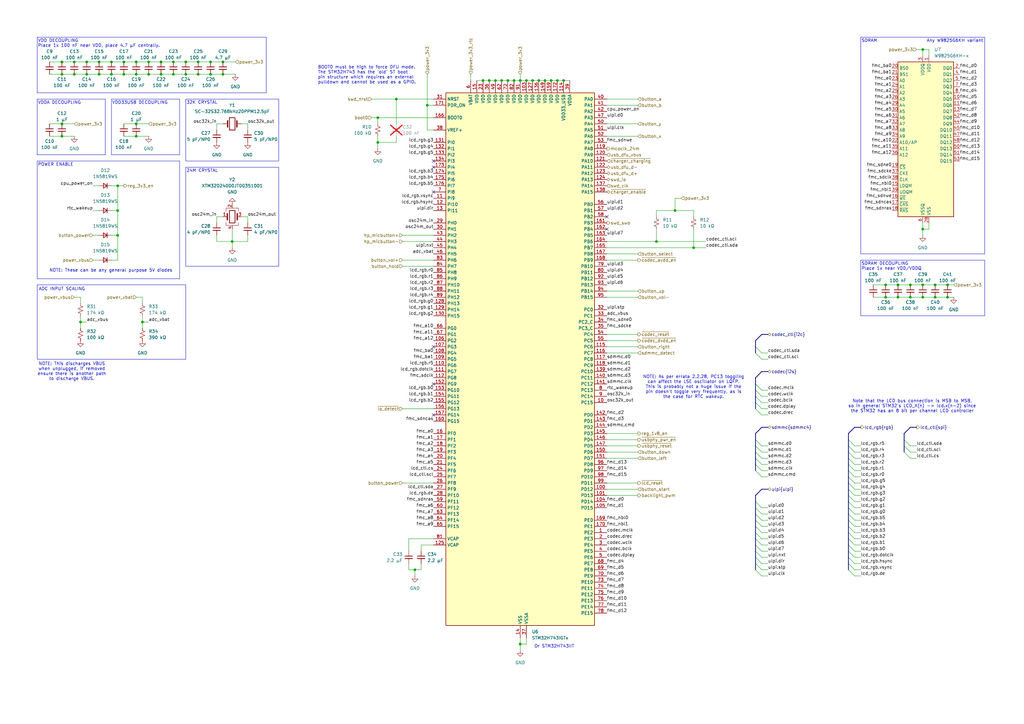
<source format=kicad_sch>
(kicad_sch (version 20250114) (generator "eeschema") (generator_version "9.0")
  (paper "A3")
  (title_block (title "CPU/RAM/power-on circuit") (date "2024-11-14") (rev "Rev1.1") (comment 1 "Author: Aidan MacDonald") (comment 2 "Status: Development"))
  (rectangle (start 15.24 116.84) (end 76.2 147.32))
  (rectangle (start 76.2 40.64) (end 114.3 66.04))
  (rectangle (start 45.72 40.64) (end 73.66 63.5))
  (rectangle (start 15.24 66.04) (end 73.66 114.3))
  (rectangle (start 15.24 40.64) (end 43.18 63.5))
  (rectangle (start 76.2 68.58) (end 114.3 109.22))
  (rectangle (start 15.24 15.24) (end 109.22 38.1))
  (rectangle (start 353.06 15.24) (end 403.86 104.14))
  (rectangle (start 353.06 106.68) (end 403.86 129.54))
  (text "32K CRYSTAL" (at 76.454 41.402 0) (effects (font (size 1.27 1.27)) (justify left top)))
  (text "SDRAM DECOUPLING\nPlace 1x near VDD/VDDQ" (at 353.314 109.22 0) (effects (font (size 1.27 1.27)) (justify left)))
  (text "NOTE: This discharges VBUS\nwhen unplugged, if removed\nensure there is another path\nto discharge VBUS." (at 29.464 152.4 0) (effects (font (size 1.27 1.27))))
  (text "Note that the LCD bus connection is MSB to MSB,\nso in general STM32's LCD_X(n) -> lcd.x(n-2) since\nthe STM32 has an 8 bit per channel LCD controller" (at 374.142 166.624 0) (effects (font (size 1.27 1.27))))
  (text "BOOT0 must be high to force DFU mode.\nThe STM32H743 has the 'old' ST boot\npin structure which requires an external\npulldown and cannot be used as a GPIO." (at 130.302 30.734 0) (effects (font (size 1.27 1.27)) (justify left)))
  (text "Or STM32H743IIT" (at 227.33 265.176 0) (effects (font (size 1.27 1.27))))
  (text "NOTE: These can be any general purpose 5V diodes" (at 45.466 110.998 0) (effects (font (size 1.27 1.27))))
  (text "ADC INPUT SCALING" (at 25.4 118.618 0) (effects (font (size 1.27 1.27))))
  (text "VDD33USB DECOUPLING" (at 45.974 42.164 0) (effects (font (size 1.27 1.27)) (justify left)))
  (text "NOTE: As per errata 2.2.28, PC13 toggling\ncan affect the LSE oscillator on LQFP.\nThis is probably not a huge issue if the\npin doesn't toggle very frequently, as is\nthe case for RTC wakeup." (at 284.48 158.75 0) (effects (font (size 1.27 1.27))))
  (text "VDD DECOUPLING\nPlace 1x 100 nF near VDD, place 4.7 µF centrally." (at 15.494 17.78 0) (effects (font (size 1.27 1.27)) (justify left)))
  (text "VDDA DECOUPLING" (at 15.494 42.164 0) (effects (font (size 1.27 1.27)) (justify left)))
  (text "24M CRYSTAL" (at 76.454 69.342 0) (effects (font (size 1.27 1.27)) (justify left top)))
  (text "SDRAM" (at 353.314 16.764 0) (effects (font (size 1.27 1.27)) (justify left)))
  (text "POWER ENABLE" (at 15.494 67.564 0) (effects (font (size 1.27 1.27)) (justify left)))
  (text "Any W9825G6KH variant" (at 391.668 16.764 0) (effects (font (size 1.27 1.27))))
  (junction (at 378.46 116.84))
  (junction (at 284.48 101.6))
  (junction (at 170.18 233.68))
  (junction (at 25.4 25.4))
  (junction (at 55.88 30.48))
  (junction (at 378.46 93.98))
  (junction (at 55.88 50.8))
  (junction (at 226.06 33.02))
  (junction (at 76.2 25.4))
  (junction (at 48.26 96.52))
  (junction (at 95.25 99.06))
  (junction (at 231.14 33.02))
  (junction (at 388.62 121.92))
  (junction (at 220.98 33.02))
  (junction (at 208.28 33.02))
  (junction (at 48.26 86.36))
  (junction (at 368.3 116.84))
  (junction (at 40.64 25.4))
  (junction (at 60.96 25.4))
  (junction (at 55.88 25.4))
  (junction (at 60.96 30.48))
  (junction (at 81.28 25.4))
  (junction (at 66.04 25.4))
  (junction (at 35.56 30.48))
  (junction (at 276.86 86.36))
  (junction (at 198.12 33.02))
  (junction (at 45.72 25.4))
  (junction (at 86.36 30.48))
  (junction (at 35.56 25.4))
  (junction (at 71.12 30.48))
  (junction (at 368.3 121.92))
  (junction (at 215.9 33.02))
  (junction (at 378.46 121.92))
  (junction (at 40.64 30.48))
  (junction (at 223.52 33.02))
  (junction (at 71.12 25.4))
  (junction (at 154.94 58.42))
  (junction (at 91.44 30.48))
  (junction (at 205.74 33.02))
  (junction (at 45.72 30.48))
  (junction (at 383.54 121.92))
  (junction (at 213.36 33.02))
  (junction (at 91.44 25.4))
  (junction (at 50.8 25.4))
  (junction (at 363.22 116.84))
  (junction (at 25.4 55.88))
  (junction (at 162.56 40.64))
  (junction (at 378.46 20.32))
  (junction (at 200.66 33.02))
  (junction (at 76.2 30.48))
  (junction (at 373.38 116.84))
  (junction (at 175.26 43.18))
  (junction (at 213.36 264.16))
  (junction (at 30.48 30.48))
  (junction (at 383.54 116.84))
  (junction (at 33.02 132.08))
  (junction (at 81.28 30.48))
  (junction (at 25.4 30.48))
  (junction (at 30.48 25.4))
  (junction (at 55.88 55.88))
  (junction (at 269.24 99.06))
  (junction (at 58.42 132.08))
  (junction (at 363.22 121.92))
  (junction (at 86.36 25.4))
  (junction (at 203.2 33.02))
  (junction (at 48.26 76.2))
  (junction (at 50.8 30.48))
  (junction (at 25.4 50.8))
  (junction (at 218.44 33.02))
  (junction (at 373.38 121.92))
  (junction (at 388.62 116.84))
  (junction (at 210.82 33.02))
  (junction (at 154.94 48.26))
  (junction (at 228.6 33.02))
  (junction (at 66.04 30.48))
  (no_connect (at 177.8 170.18))
  (no_connect (at 177.8 157.48))
  (no_connect (at 248.92 93.98))
  (no_connect (at 177.8 66.04))
  (no_connect (at 248.92 88.9))
  (no_connect (at 177.8 142.24))
  (no_connect (at 177.8 78.74))
  (no_connect (at 177.8 68.58))
  (bus_entry (at 309.88 160.02) (size 2.54 2.54))
  (bus_entry (at 309.88 213.36) (size 2.54 2.54))
  (bus_entry (at 309.88 215.9) (size 2.54 2.54))
  (bus_entry (at 347.98 223.52) (size 2.54 2.54))
  (bus_entry (at 370.84 182.88) (size 2.54 2.54))
  (bus_entry (at 347.98 213.36) (size 2.54 2.54))
  (bus_entry (at 309.88 162.56) (size 2.54 2.54))
  (bus_entry (at 309.88 142.24) (size 2.54 2.54))
  (bus_entry (at 347.98 226.06) (size 2.54 2.54))
  (bus_entry (at 347.98 220.98) (size 2.54 2.54))
  (bus_entry (at 347.98 210.82) (size 2.54 2.54))
  (bus_entry (at 309.88 182.88) (size 2.54 2.54))
  (bus_entry (at 347.98 218.44) (size 2.54 2.54))
  (bus_entry (at 347.98 190.5) (size 2.54 2.54))
  (bus_entry (at 309.88 144.78) (size 2.54 2.54))
  (bus_entry (at 347.98 205.74) (size 2.54 2.54))
  (bus_entry (at 309.88 165.1) (size 2.54 2.54))
  (bus_entry (at 347.98 208.28) (size 2.54 2.54))
  (bus_entry (at 309.88 223.52) (size 2.54 2.54))
  (bus_entry (at 347.98 215.9) (size 2.54 2.54))
  (bus_entry (at 309.88 185.42) (size 2.54 2.54))
  (bus_entry (at 309.88 210.82) (size 2.54 2.54))
  (bus_entry (at 347.98 233.68) (size 2.54 2.54))
  (bus_entry (at 347.98 193.04) (size 2.54 2.54))
  (bus_entry (at 309.88 233.68) (size 2.54 2.54))
  (bus_entry (at 347.98 228.6) (size 2.54 2.54))
  (bus_entry (at 309.88 220.98) (size 2.54 2.54))
  (bus_entry (at 309.88 180.34) (size 2.54 2.54))
  (bus_entry (at 309.88 167.64) (size 2.54 2.54))
  (bus_entry (at 370.84 185.42) (size 2.54 2.54))
  (bus_entry (at 309.88 208.28) (size 2.54 2.54))
  (bus_entry (at 309.88 226.06) (size 2.54 2.54))
  (bus_entry (at 309.88 157.48) (size 2.54 2.54))
  (bus_entry (at 347.98 200.66) (size 2.54 2.54))
  (bus_entry (at 370.84 180.34) (size 2.54 2.54))
  (bus_entry (at 347.98 203.2) (size 2.54 2.54))
  (bus_entry (at 309.88 190.5) (size 2.54 2.54))
  (bus_entry (at 309.88 193.04) (size 2.54 2.54))
  (bus_entry (at 347.98 195.58) (size 2.54 2.54))
  (bus_entry (at 347.98 185.42) (size 2.54 2.54))
  (bus_entry (at 309.88 205.74) (size 2.54 2.54))
  (bus_entry (at 309.88 218.44) (size 2.54 2.54))
  (bus_entry (at 347.98 231.14) (size 2.54 2.54))
  (bus_entry (at 309.88 228.6) (size 2.54 2.54))
  (bus_entry (at 347.98 198.12) (size 2.54 2.54))
  (bus_entry (at 309.88 231.14) (size 2.54 2.54))
  (bus_entry (at 309.88 187.96) (size 2.54 2.54))
  (bus_entry (at 347.98 182.88) (size 2.54 2.54))
  (bus_entry (at 347.98 187.96) (size 2.54 2.54))
  (bus_entry (at 347.98 180.34) (size 2.54 2.54))
  (bus (pts (xy 309.88 154.94) (xy 312.42 152.4)))
  (wire (pts (xy 101.6 50.8) (xy 99.06 50.8)))
  (wire (pts (xy 312.42 185.42) (xy 314.96 185.42)))
  (wire (pts (xy 165.1 109.22) (xy 177.8 109.22)))
  (bus (pts (xy 347.98 182.88) (xy 347.98 185.42)))
  (wire (pts (xy 30.48 25.4) (xy 35.56 25.4)))
  (wire (pts (xy 228.6 33.02) (xy 231.14 33.02)))
  (wire (pts (xy 312.42 195.58) (xy 314.96 195.58)))
  (wire (pts (xy 353.06 185.42) (xy 350.52 185.42)))
  (wire (pts (xy 381 93.98) (xy 381 91.44)))
  (wire (pts (xy 284.48 86.36) (xy 284.48 88.9)))
  (wire (pts (xy 50.8 76.2) (xy 48.26 76.2)))
  (wire (pts (xy 165.1 167.64) (xy 177.8 167.64)))
  (bus (pts (xy 309.88 226.06) (xy 309.88 228.6)))
  (bus (pts (xy 309.88 223.52) (xy 309.88 226.06)))
  (bus (pts (xy 347.98 185.42) (xy 347.98 187.96)))
  (wire (pts (xy 76.2 25.4) (xy 81.28 25.4)))
  (wire (pts (xy 172.72 233.68) (xy 170.18 233.68)))
  (wire (pts (xy 312.42 231.14) (xy 314.96 231.14)))
  (wire (pts (xy 353.06 200.66) (xy 350.52 200.66)))
  (wire (pts (xy 261.62 177.8) (xy 248.92 177.8)))
  (bus (pts (xy 347.98 215.9) (xy 347.98 218.44)))
  (wire (pts (xy 353.06 218.44) (xy 350.52 218.44)))
  (bus (pts (xy 309.88 185.42) (xy 309.88 187.96)))
  (wire (pts (xy 378.46 20.32) (xy 378.46 22.86)))
  (wire (pts (xy 101.6 88.9) (xy 99.06 88.9)))
  (wire (pts (xy 261.62 139.7) (xy 248.92 139.7)))
  (wire (pts (xy 88.9 96.52) (xy 88.9 99.06)))
  (bus (pts (xy 309.88 165.1) (xy 309.88 167.64)))
  (wire (pts (xy 312.42 167.64) (xy 314.96 167.64)))
  (wire (pts (xy 45.72 96.52) (xy 48.26 96.52)))
  (wire (pts (xy 353.06 233.68) (xy 350.52 233.68)))
  (bus (pts (xy 347.98 228.6) (xy 347.98 231.14)))
  (wire (pts (xy 55.88 50.8) (xy 60.96 50.8)))
  (wire (pts (xy 162.56 58.42) (xy 154.94 58.42)))
  (wire (pts (xy 165.1 106.68) (xy 177.8 106.68)))
  (wire (pts (xy 177.8 220.98) (xy 167.64 220.98)))
  (wire (pts (xy 58.42 132.08) (xy 58.42 134.62)))
  (wire (pts (xy 213.36 264.16) (xy 215.9 264.16)))
  (wire (pts (xy 195.58 33.02) (xy 198.12 33.02)))
  (wire (pts (xy 353.06 205.74) (xy 350.52 205.74)))
  (bus (pts (xy 347.98 220.98) (xy 347.98 223.52)))
  (wire (pts (xy 353.06 203.2) (xy 350.52 203.2)))
  (wire (pts (xy 58.42 129.54) (xy 58.42 132.08)))
  (wire (pts (xy 38.1 76.2) (xy 40.64 76.2)))
  (bus (pts (xy 312.42 152.4) (xy 314.96 152.4)))
  (wire (pts (xy 312.42 147.32) (xy 314.96 147.32)))
  (wire (pts (xy 175.26 30.48) (xy 175.26 43.18)))
  (wire (pts (xy 154.94 48.26) (xy 154.94 50.8)))
  (wire (pts (xy 312.42 228.6) (xy 314.96 228.6)))
  (wire (pts (xy 276.86 81.28) (xy 276.86 86.36)))
  (wire (pts (xy 248.92 99.06) (xy 269.24 99.06)))
  (wire (pts (xy 358.14 121.92) (xy 363.22 121.92)))
  (wire (pts (xy 378.46 116.84) (xy 383.54 116.84)))
  (wire (pts (xy 33.02 132.08) (xy 33.02 134.62)))
  (wire (pts (xy 312.42 236.22) (xy 314.96 236.22)))
  (wire (pts (xy 48.26 76.2) (xy 45.72 76.2)))
  (wire (pts (xy 378.46 93.98) (xy 378.46 96.52)))
  (wire (pts (xy 284.48 101.6) (xy 289.56 101.6)))
  (bus (pts (xy 309.88 215.9) (xy 309.88 218.44)))
  (bus (pts (xy 347.98 180.34) (xy 347.98 182.88)))
  (wire (pts (xy 373.38 121.92) (xy 378.46 121.92)))
  (wire (pts (xy 45.72 86.36) (xy 48.26 86.36)))
  (wire (pts (xy 261.62 50.8) (xy 248.92 50.8)))
  (wire (pts (xy 353.06 228.6) (xy 350.52 228.6)))
  (bus (pts (xy 347.98 177.8) (xy 347.98 180.34)))
  (wire (pts (xy 248.92 200.66) (xy 261.62 200.66)))
  (bus (pts (xy 309.88 220.98) (xy 309.88 223.52)))
  (bus (pts (xy 347.98 193.04) (xy 347.98 195.58)))
  (wire (pts (xy 353.06 220.98) (xy 350.52 220.98)))
  (wire (pts (xy 58.42 132.08) (xy 60.96 132.08)))
  (bus (pts (xy 347.98 200.66) (xy 347.98 203.2)))
  (wire (pts (xy 312.42 160.02) (xy 314.96 160.02)))
  (wire (pts (xy 38.1 106.68) (xy 40.64 106.68)))
  (wire (pts (xy 350.52 187.96) (xy 353.06 187.96)))
  (wire (pts (xy 58.42 121.92) (xy 58.42 124.46)))
  (wire (pts (xy 193.04 30.48) (xy 193.04 33.02)))
  (wire (pts (xy 55.88 55.88) (xy 60.96 55.88)))
  (wire (pts (xy 312.42 190.5) (xy 314.96 190.5)))
  (bus (pts (xy 309.88 210.82) (xy 309.88 213.36)))
  (bus (pts (xy 309.88 157.48) (xy 309.88 160.02)))
  (wire (pts (xy 50.8 30.48) (xy 55.88 30.48)))
  (wire (pts (xy 220.98 33.02) (xy 223.52 33.02)))
  (wire (pts (xy 175.26 43.18) (xy 177.8 43.18)))
  (wire (pts (xy 25.4 25.4) (xy 30.48 25.4)))
  (wire (pts (xy 312.42 233.68) (xy 314.96 233.68)))
  (wire (pts (xy 165.1 99.06) (xy 177.8 99.06)))
  (bus (pts (xy 309.88 162.56) (xy 309.88 165.1)))
  (bus (pts (xy 347.98 198.12) (xy 347.98 200.66)))
  (wire (pts (xy 167.64 233.68) (xy 170.18 233.68)))
  (wire (pts (xy 261.62 104.14) (xy 248.92 104.14)))
  (wire (pts (xy 353.06 215.9) (xy 350.52 215.9)))
  (wire (pts (xy 218.44 33.02) (xy 220.98 33.02)))
  (bus (pts (xy 347.98 231.14) (xy 347.98 233.68)))
  (wire (pts (xy 81.28 25.4) (xy 86.36 25.4)))
  (wire (pts (xy 261.62 187.96) (xy 248.92 187.96)))
  (wire (pts (xy 198.12 33.02) (xy 200.66 33.02)))
  (bus (pts (xy 309.88 187.96) (xy 309.88 190.5)))
  (wire (pts (xy 353.06 195.58) (xy 350.52 195.58)))
  (bus (pts (xy 309.88 160.02) (xy 309.88 162.56)))
  (wire (pts (xy 20.32 55.88) (xy 25.4 55.88)))
  (wire (pts (xy 95.25 101.6) (xy 95.25 99.06)))
  (bus (pts (xy 347.98 205.74) (xy 347.98 208.28)))
  (wire (pts (xy 375.92 187.96) (xy 373.38 187.96)))
  (bus (pts (xy 347.98 190.5) (xy 347.98 193.04)))
  (wire (pts (xy 378.46 93.98) (xy 378.46 91.44)))
  (wire (pts (xy 261.62 40.64) (xy 248.92 40.64)))
  (wire (pts (xy 152.4 48.26) (xy 154.94 48.26)))
  (wire (pts (xy 353.06 190.5) (xy 350.52 190.5)))
  (wire (pts (xy 20.32 25.4) (xy 25.4 25.4)))
  (wire (pts (xy 383.54 116.84) (xy 388.62 116.84)))
  (wire (pts (xy 213.36 30.48) (xy 213.36 33.02)))
  (wire (pts (xy 388.62 116.84) (xy 391.16 116.84)))
  (wire (pts (xy 231.14 33.02) (xy 233.68 33.02)))
  (bus (pts (xy 309.88 139.7) (xy 309.88 142.24)))
  (wire (pts (xy 60.96 30.48) (xy 66.04 30.48)))
  (wire (pts (xy 261.62 203.2) (xy 248.92 203.2)))
  (wire (pts (xy 353.06 223.52) (xy 350.52 223.52)))
  (wire (pts (xy 261.62 119.38) (xy 248.92 119.38)))
  (bus (pts (xy 370.84 177.8) (xy 370.84 180.34)))
  (wire (pts (xy 269.24 86.36) (xy 276.86 86.36)))
  (wire (pts (xy 162.56 55.88) (xy 162.56 58.42)))
  (wire (pts (xy 353.06 236.22) (xy 350.52 236.22)))
  (wire (pts (xy 205.74 33.02) (xy 208.28 33.02)))
  (wire (pts (xy 261.62 106.68) (xy 248.92 106.68)))
  (bus (pts (xy 347.98 226.06) (xy 347.98 228.6)))
  (bus (pts (xy 347.98 203.2) (xy 347.98 205.74)))
  (wire (pts (xy 38.1 96.52) (xy 40.64 96.52)))
  (wire (pts (xy 170.18 233.68) (xy 170.18 236.22)))
  (wire (pts (xy 276.86 86.36) (xy 284.48 86.36)))
  (wire (pts (xy 312.42 187.96) (xy 314.96 187.96)))
  (wire (pts (xy 363.22 116.84) (xy 368.3 116.84)))
  (wire (pts (xy 203.2 33.02) (xy 205.74 33.02)))
  (wire (pts (xy 261.62 121.92) (xy 248.92 121.92)))
  (wire (pts (xy 81.28 30.48) (xy 86.36 30.48)))
  (wire (pts (xy 71.12 30.48) (xy 76.2 30.48)))
  (wire (pts (xy 375.92 185.42) (xy 373.38 185.42)))
  (wire (pts (xy 269.24 88.9) (xy 269.24 86.36)))
  (wire (pts (xy 200.66 33.02) (xy 203.2 33.02)))
  (wire (pts (xy 312.42 223.52) (xy 314.96 223.52)))
  (wire (pts (xy 383.54 121.92) (xy 388.62 121.92)))
  (wire (pts (xy 172.72 231.14) (xy 172.72 233.68)))
  (wire (pts (xy 88.9 99.06) (xy 95.25 99.06)))
  (wire (pts (xy 363.22 121.92) (xy 368.3 121.92)))
  (bus (pts (xy 309.88 177.8) (xy 309.88 180.34)))
  (bus (pts (xy 309.88 205.74) (xy 309.88 208.28)))
  (wire (pts (xy 177.8 53.34) (xy 175.26 53.34)))
  (wire (pts (xy 312.42 218.44) (xy 314.96 218.44)))
  (bus (pts (xy 347.98 213.36) (xy 347.98 215.9)))
  (wire (pts (xy 373.38 116.84) (xy 378.46 116.84)))
  (wire (pts (xy 261.62 137.16) (xy 248.92 137.16)))
  (wire (pts (xy 154.94 48.26) (xy 177.8 48.26)))
  (wire (pts (xy 358.14 116.84) (xy 363.22 116.84)))
  (wire (pts (xy 312.42 215.9) (xy 314.96 215.9)))
  (bus (pts (xy 312.42 137.16) (xy 314.96 137.16)))
  (bus (pts (xy 347.98 187.96) (xy 347.98 190.5)))
  (wire (pts (xy 38.1 86.36) (xy 40.64 86.36)))
  (wire (pts (xy 172.72 223.52) (xy 177.8 223.52)))
  (wire (pts (xy 312.42 220.98) (xy 314.96 220.98)))
  (wire (pts (xy 25.4 50.8) (xy 30.48 50.8)))
  (bus (pts (xy 309.88 231.14) (xy 309.88 233.68)))
  (wire (pts (xy 101.6 99.06) (xy 95.25 99.06)))
  (bus (pts (xy 347.98 195.58) (xy 347.98 198.12)))
  (wire (pts (xy 312.42 170.18) (xy 314.96 170.18)))
  (bus (pts (xy 370.84 182.88) (xy 370.84 180.34)))
  (wire (pts (xy 66.04 25.4) (xy 71.12 25.4)))
  (bus (pts (xy 309.88 208.28) (xy 309.88 210.82)))
  (wire (pts (xy 215.9 261.62) (xy 215.9 264.16)))
  (bus (pts (xy 312.42 200.66) (xy 314.96 200.66)))
  (wire (pts (xy 312.42 226.06) (xy 314.96 226.06)))
  (wire (pts (xy 91.44 25.4) (xy 96.52 25.4)))
  (wire (pts (xy 66.04 30.48) (xy 71.12 30.48)))
  (wire (pts (xy 162.56 40.64) (xy 177.8 40.64)))
  (wire (pts (xy 368.3 116.84) (xy 373.38 116.84)))
  (wire (pts (xy 33.02 129.54) (xy 33.02 132.08)))
  (wire (pts (xy 167.64 231.14) (xy 167.64 233.68)))
  (wire (pts (xy 269.24 99.06) (xy 289.56 99.06)))
  (wire (pts (xy 101.6 50.8) (xy 101.6 53.34)))
  (wire (pts (xy 226.06 33.02) (xy 228.6 33.02)))
  (bus (pts (xy 309.88 203.2) (xy 312.42 200.66)))
  (wire (pts (xy 312.42 182.88) (xy 314.96 182.88)))
  (wire (pts (xy 101.6 96.52) (xy 101.6 99.06)))
  (wire (pts (xy 60.96 25.4) (xy 66.04 25.4)))
  (bus (pts (xy 347.98 177.8) (xy 350.52 175.26)))
  (wire (pts (xy 353.06 210.82) (xy 350.52 210.82)))
  (wire (pts (xy 353.06 208.28) (xy 350.52 208.28)))
  (bus (pts (xy 309.88 154.94) (xy 309.88 157.48)))
  (wire (pts (xy 375.92 182.88) (xy 373.38 182.88)))
  (wire (pts (xy 261.62 180.34) (xy 248.92 180.34)))
  (wire (pts (xy 88.9 88.9) (xy 88.9 91.44)))
  (bus (pts (xy 347.98 208.28) (xy 347.98 210.82)))
  (wire (pts (xy 353.06 231.14) (xy 350.52 231.14)))
  (wire (pts (xy 30.48 30.48) (xy 35.56 30.48)))
  (wire (pts (xy 95.25 99.06) (xy 95.25 93.98)))
  (wire (pts (xy 261.62 198.12) (xy 248.92 198.12)))
  (wire (pts (xy 312.42 210.82) (xy 314.96 210.82)))
  (wire (pts (xy 167.64 220.98) (xy 167.64 226.06)))
  (wire (pts (xy 45.72 25.4) (xy 50.8 25.4)))
  (wire (pts (xy 88.9 88.9) (xy 91.44 88.9)))
  (wire (pts (xy 50.8 25.4) (xy 55.88 25.4)))
  (wire (pts (xy 25.4 55.88) (xy 30.48 55.88)))
  (wire (pts (xy 88.9 50.8) (xy 88.9 53.34)))
  (wire (pts (xy 76.2 30.48) (xy 81.28 30.48)))
  (wire (pts (xy 381 22.86) (xy 381 20.32)))
  (wire (pts (xy 40.64 30.48) (xy 45.72 30.48)))
  (wire (pts (xy 165.1 96.52) (xy 177.8 96.52)))
  (wire (pts (xy 86.36 30.48) (xy 91.44 30.48)))
  (wire (pts (xy 30.48 121.92) (xy 33.02 121.92)))
  (bus (pts (xy 347.98 223.52) (xy 347.98 226.06)))
  (wire (pts (xy 269.24 93.98) (xy 269.24 99.06)))
  (wire (pts (xy 388.62 121.92) (xy 391.16 121.92)))
  (bus (pts (xy 309.88 218.44) (xy 309.88 220.98)))
  (wire (pts (xy 165.1 198.12) (xy 177.8 198.12)))
  (wire (pts (xy 55.88 30.48) (xy 60.96 30.48)))
  (wire (pts (xy 71.12 25.4) (xy 76.2 25.4)))
  (wire (pts (xy 261.62 43.18) (xy 248.92 43.18)))
  (wire (pts (xy 378.46 121.92) (xy 383.54 121.92)))
  (bus (pts (xy 309.88 228.6) (xy 309.88 231.14)))
  (bus (pts (xy 309.88 177.8) (xy 312.42 175.26)))
  (bus (pts (xy 350.52 175.26) (xy 353.06 175.26)))
  (wire (pts (xy 45.72 30.48) (xy 50.8 30.48)))
  (bus (pts (xy 312.42 175.26) (xy 314.96 175.26)))
  (wire (pts (xy 261.62 142.24) (xy 248.92 142.24)))
  (wire (pts (xy 213.36 33.02) (xy 215.9 33.02)))
  (wire (pts (xy 20.32 30.48) (xy 25.4 30.48)))
  (wire (pts (xy 312.42 193.04) (xy 314.96 193.04)))
  (wire (pts (xy 312.42 144.78) (xy 314.96 144.78)))
  (wire (pts (xy 154.94 60.96) (xy 154.94 58.42)))
  (wire (pts (xy 210.82 33.02) (xy 213.36 33.02)))
  (wire (pts (xy 312.42 208.28) (xy 314.96 208.28)))
  (bus (pts (xy 309.88 139.7) (xy 312.42 137.16)))
  (wire (pts (xy 91.44 30.48) (xy 96.52 30.48)))
  (wire (pts (xy 48.26 106.68) (xy 48.26 96.52)))
  (wire (pts (xy 261.62 185.42) (xy 248.92 185.42)))
  (wire (pts (xy 261.62 144.78) (xy 248.92 144.78)))
  (wire (pts (xy 213.36 261.62) (xy 213.36 264.16)))
  (bus (pts (xy 309.88 213.36) (xy 309.88 215.9)))
  (wire (pts (xy 375.92 20.32) (xy 378.46 20.32)))
  (wire (pts (xy 152.4 40.64) (xy 162.56 40.64)))
  (wire (pts (xy 213.36 266.7) (xy 213.36 264.16)))
  (wire (pts (xy 50.8 55.88) (xy 55.88 55.88)))
  (wire (pts (xy 101.6 88.9) (xy 101.6 91.44)))
  (wire (pts (xy 88.9 50.8) (xy 91.44 50.8)))
  (bus (pts (xy 309.88 203.2) (xy 309.88 205.74)))
  (bus (pts (xy 347.98 210.82) (xy 347.98 213.36)))
  (wire (pts (xy 35.56 30.48) (xy 40.64 30.48)))
  (wire (pts (xy 312.42 162.56) (xy 314.96 162.56)))
  (wire (pts (xy 353.06 226.06) (xy 350.52 226.06)))
  (wire (pts (xy 312.42 165.1) (xy 314.96 165.1)))
  (bus (pts (xy 309.88 180.34) (xy 309.88 182.88)))
  (wire (pts (xy 50.8 50.8) (xy 55.88 50.8)))
  (wire (pts (xy 353.06 193.04) (xy 350.52 193.04)))
  (wire (pts (xy 35.56 25.4) (xy 40.64 25.4)))
  (wire (pts (xy 353.06 198.12) (xy 350.52 198.12)))
  (bus (pts (xy 370.84 177.8) (xy 373.38 175.26)))
  (wire (pts (xy 55.88 25.4) (xy 60.96 25.4)))
  (wire (pts (xy 368.3 121.92) (xy 373.38 121.92)))
  (bus (pts (xy 347.98 218.44) (xy 347.98 220.98)))
  (bus (pts (xy 309.88 182.88) (xy 309.88 185.42)))
  (wire (pts (xy 25.4 30.48) (xy 30.48 30.48)))
  (bus (pts (xy 309.88 190.5) (xy 309.88 193.04)))
  (wire (pts (xy 86.36 25.4) (xy 91.44 25.4)))
  (wire (pts (xy 312.42 213.36) (xy 314.96 213.36)))
  (wire (pts (xy 381 20.32) (xy 378.46 20.32)))
  (wire (pts (xy 33.02 121.92) (xy 33.02 124.46)))
  (wire (pts (xy 353.06 213.36) (xy 350.52 213.36)))
  (bus (pts (xy 373.38 175.26) (xy 375.92 175.26)))
  (wire (pts (xy 20.32 50.8) (xy 25.4 50.8)))
  (wire (pts (xy 261.62 182.88) (xy 248.92 182.88)))
  (wire (pts (xy 154.94 58.42) (xy 154.94 55.88)))
  (wire (pts (xy 261.62 55.88) (xy 248.92 55.88)))
  (wire (pts (xy 378.46 93.98) (xy 381 93.98)))
  (wire (pts (xy 284.48 93.98) (xy 284.48 101.6)))
  (wire (pts (xy 208.28 33.02) (xy 210.82 33.02)))
  (wire (pts (xy 175.26 53.34) (xy 175.26 43.18)))
  (wire (pts (xy 35.56 132.08) (xy 33.02 132.08)))
  (wire (pts (xy 55.88 121.92) (xy 58.42 121.92)))
  (wire (pts (xy 48.26 86.36) (xy 48.26 76.2)))
  (wire (pts (xy 276.86 81.28) (xy 279.4 81.28)))
  (bus (pts (xy 370.84 185.42) (xy 370.84 182.88)))
  (wire (pts (xy 172.72 226.06) (xy 172.72 223.52)))
  (wire (pts (xy 162.56 40.64) (xy 162.56 50.8)))
  (wire (pts (xy 40.64 25.4) (xy 45.72 25.4)))
  (wire (pts (xy 215.9 33.02) (xy 218.44 33.02)))
  (wire (pts (xy 45.72 106.68) (xy 48.26 106.68)))
  (bus (pts (xy 309.88 142.24) (xy 309.88 144.78)))
  (wire (pts (xy 223.52 33.02) (xy 226.06 33.02)))
  (wire (pts (xy 353.06 182.88) (xy 350.52 182.88)))
  (wire (pts (xy 248.92 101.6) (xy 284.48 101.6)))
  (wire (pts (xy 48.26 96.52) (xy 48.26 86.36)))
  (label "ulpi.d7" (at 314.96 226.06 0))
  (label "lcd_rgb.b2" (at 177.8 165.1 180))
  (label "lcd_rgb.g2" (at 353.06 205.74 0))
  (label "osc24m_out" (at 177.8 93.98 180))
  (label "ulpi.d4" (at 248.92 111.76 0))
  (label "lcd_rgb.r3" (at 177.8 119.38 180))
  (label "adc_vbus" (at 35.56 132.08 0))
  (label "fmc_sdncas" (at 365.76 83.82 180))
  (label "adc_vbus" (at 248.92 129.54 0))
  (label "codec_ctl.scl" (at 314.96 147.32 0))
  (label "codec.drec" (at 314.96 170.18 0))
  (label "fmc_d11" (at 393.7 55.88 0))
  (label "osc32k_out" (at 101.6 50.8 0))
  (label "lcd_rgb.b4" (at 177.8 73.66 180))
  (label "fmc_a9" (at 365.76 55.88 180))
  (label "sdmmc.cmd" (at 314.96 195.58 0))
  (label "fmc_d9" (at 393.7 50.8 0))
  (label "osc32k_in" (at 88.9 50.8 180))
  (label "codec_ctl.sda" (at 289.56 101.6 0))
  (label "lcd_rgb.de" (at 177.8 203.2 180))
  (label "codec.dplay" (at 314.96 167.64 0))
  (label "fmc_sdnwe" (at 365.76 81.28 180))
  (label "fmc_a2" (at 177.8 182.88 180))
  (label "ulpi.stp" (at 314.96 233.68 0))
  (label "lcd_ctl.sda" (at 375.92 182.88 0))
  (label "fmc_sdclk" (at 177.8 154.94 180))
  (label "fmc_nbl0" (at 248.92 213.36 0))
  (label "ulpi.stp" (at 248.92 127 0))
  (label "fmc_sdne0" (at 365.76 68.58 180))
  (label "lcd_rgb.b1" (at 353.06 223.52 0))
  (label "osc24m_out" (at 101.6 88.9 0))
  (label "lcd_ctl.scl" (at 177.8 195.58 180))
  (label "fmc_d4" (at 393.7 38.1 0))
  (label "lcd_rgb.b3" (at 177.8 71.12 180))
  (label "fmc_d1" (at 248.92 208.28 0))
  (label "lcd_rgb.b0" (at 353.06 226.06 0))
  (label "fmc_d4" (at 248.92 231.14 0))
  (label "lcd_ctl.scl" (at 375.92 185.42 0))
  (label "sdmmc.d2" (at 248.92 152.4 0))
  (label "fmc_d8" (at 393.7 48.26 0))
  (label "lcd_ctl.sda" (at 177.8 200.66 180))
  (label "lcd_rgb.r5" (at 353.06 182.88 0))
  (label "lcd_rgb.b4" (at 353.06 215.9 0))
  (label "fmc_a12" (at 177.8 139.7 180))
  (label "lcd_rgb.r1" (at 177.8 114.3 180))
  (label "fmc_a8" (at 177.8 213.36 180))
  (label "fmc_a7" (at 177.8 210.82 180))
  (label "fmc_d6" (at 393.7 43.18 0))
  (label "fmc_d8" (at 248.92 241.3 0))
  (label "fmc_a5" (at 365.76 45.72 180))
  (label "ulpi.clk" (at 314.96 236.22 0))
  (label "ulpi.clk" (at 248.92 53.34 0))
  (label "ulpi.dir" (at 314.96 231.14 0))
  (label "fmc_d6" (at 248.92 236.22 0))
  (label "lcd_rgb.b5" (at 353.06 213.36 0))
  (label "lcd_rgb.r5" (at 177.8 149.86 180))
  (label "lcd_rgb.vsync" (at 177.8 81.28 180))
  (label "fmc_d1" (at 393.7 30.48 0))
  (label "sdmmc.d3" (at 248.92 154.94 0))
  (label "fmc_d10" (at 248.92 246.38 0))
  (label "lcd_rgb.g0" (at 353.06 210.82 0))
  (label "fmc_a0" (at 365.76 33.02 180))
  (label "lcd_rgb.dotclk" (at 353.06 228.6 0))
  (label "ulpi.nxt" (at 177.8 101.6 180))
  (label "lcd_rgb.g3" (at 353.06 203.2 0))
  (label "fmc_a10" (at 177.8 134.62 180))
  (label "fmc_d3" (at 393.7 35.56 0))
  (label "fmc_a2" (at 365.76 38.1 180))
  (label "ulpi.d1" (at 248.92 83.82 0))
  (label "fmc_d13" (at 393.7 60.96 0))
  (label "fmc_d14" (at 393.7 63.5 0))
  (label "fmc_a0" (at 177.8 177.8 180))
  (label "ulpi.d2" (at 248.92 86.36 0))
  (label "lcd_rgb.g1" (at 353.06 208.28 0))
  (label "lcd_rgb.g5" (at 177.8 63.5 180))
  (label "fmc_d7" (at 248.92 238.76 0))
  (label "lcd_rgb.g4" (at 353.06 200.66 0))
  (label "fmc_a3" (at 365.76 40.64 180))
  (label "ulpi.d0" (at 314.96 208.28 0))
  (label "fmc_ba1" (at 177.8 147.32 180))
  (label "fmc_d15" (at 393.7 66.04 0))
  (label "fmc_sdcke" (at 248.92 134.62 0))
  (label "sdmmc.clk" (at 314.96 193.04 0))
  (label "ulpi.d7" (at 248.92 96.52 0))
  (label "codec.bclk" (at 314.96 165.1 0))
  (label "sdmmc.d2" (at 314.96 187.96 0))
  (label "lcd_rgb.g4" (at 177.8 60.96 180))
  (label "fmc_a6" (at 177.8 208.28 180))
  (label "ulpi.nxt" (at 314.96 228.6 0))
  (label "fmc_a3" (at 177.8 185.42 180))
  (label "fmc_d14" (at 248.92 193.04 0))
  (label "lcd_rgb.g1" (at 177.8 127 180))
  (label "sdmmc.clk" (at 248.92 157.48 0))
  (label "fmc_d0" (at 393.7 27.94 0))
  (label "fmc_d13" (at 248.92 190.5 0))
  (label "fmc_d12" (at 248.92 251.46 0))
  (label "fmc_a9" (at 177.8 215.9 180))
  (label "fmc_a1" (at 365.76 35.56 180))
  (label "codec_ctl.sda" (at 314.96 144.78 0))
  (label "fmc_ba0" (at 365.76 27.94 180))
  (label "fmc_sdcke" (at 365.76 71.12 180))
  (label "osc32k_in" (at 248.92 162.56 0))
  (label "osc24m_in" (at 177.8 91.44 180))
  (label "lcd_rgb.g2" (at 177.8 129.54 180))
  (label "lcd_rgb.g5" (at 353.06 198.12 0))
  (label "fmc_a4" (at 365.76 43.18 180))
  (label "fmc_d9" (at 248.92 243.84 0))
  (label "lcd_rgb.r2" (at 177.8 116.84 180))
  (label "lcd_rgb.g3" (at 177.8 58.42 180))
  (label "rtc_wakeup" (at 248.92 160.02 0))
  (label "fmc_sdncas" (at 177.8 172.72 180))
  (label "ulpi.dir" (at 177.8 86.36 180))
  (label "lcd_rgb.hsync" (at 353.06 231.14 0))
  (label "lcd_rgb.de" (at 353.06 236.22 0))
  (label "fmc_ba0" (at 177.8 144.78 180))
  (label "fmc_sdnras" (at 177.8 205.74 180))
  (label "fmc_d2" (at 248.92 170.18 0))
  (label "fmc_a4" (at 177.8 187.96 180))
  (label "fmc_d15" (at 248.92 195.58 0))
  (label "fmc_d2" (at 393.7 33.02 0))
  (label "codec.mclk" (at 248.92 218.44 0))
  (label "lcd_ctl.cs" (at 375.92 187.96 0))
  (label "adc_vbat" (at 60.96 132.08 0))
  (label "fmc_nbl0" (at 365.76 76.2 180))
  (label "lcd_rgb.b1" (at 177.8 162.56 180))
  (label "sdmmc.d1" (at 248.92 149.86 0))
  (label "fmc_sdclk" (at 365.76 73.66 180))
  (label "ulpi.d5" (at 248.92 114.3 0))
  (label "lcd_rgb.vsync" (at 353.06 233.68 0))
  (label "lcd_rgb.b5" (at 177.8 76.2 180))
  (label "lcd_rgb.r3" (at 353.06 187.96 0))
  (label "lcd_rgb.r4" (at 177.8 121.92 180))
  (label "sdmmc.d0" (at 314.96 182.88 0))
  (label "osc24m_in" (at 88.9 88.9 180))
  (label "sdmmc.cmd" (at 248.92 175.26 0))
  (label "cpu_power_on" (at 248.92 45.72 0))
  (label "fmc_a12" (at 365.76 63.5 180))
  (label "lcd_rgb.r0" (at 177.8 111.76 180))
  (label "fmc_d5" (at 248.92 233.68 0))
  (label "codec.dplay" (at 248.92 228.6 0))
  (label "fmc_nbl1" (at 365.76 78.74 180))
  (label "ulpi.d0" (at 248.92 48.26 0))
  (label "sdmmc.d1" (at 314.96 185.42 0))
  (label "rtc_wakeup" (at 38.1 86.36 180))
  (label "fmc_sdne0" (at 248.92 132.08 0))
  (label "fmc_nbl1" (at 248.92 215.9 0))
  (label "ulpi.d4" (at 314.96 218.44 0))
  (label "codec.wclk" (at 248.92 223.52 0))
  (label "fmc_d7" (at 393.7 45.72 0))
  (label "ulpi.d6" (at 314.96 223.52 0))
  (label "lcd_rgb.r2" (at 353.06 190.5 0))
  (label "fmc_a8" (at 365.76 53.34 180))
  (label "fmc_a1" (at 177.8 180.34 180))
  (label "codec_ctl.scl" (at 289.56 99.06 0))
  (label "lcd_rgb.r4" (at 353.06 185.42 0))
  (label "fmc_a11" (at 365.76 60.96 180))
  (label "fmc_a6" (at 365.76 48.26 180))
  (label "fmc_d10" (at 393.7 53.34 0))
  (label "ulpi.d5" (at 314.96 220.98 0))
  (label "lcd_rgb.b0" (at 177.8 160.02 180))
  (label "fmc_d12" (at 393.7 58.42 0))
  (label "fmc_a11" (at 177.8 137.16 180))
  (label "fmc_sdnwe" (at 248.92 58.42 0))
  (label "fmc_ba1" (at 365.76 30.48 180))
  (label "lcd_rgb.hsync" (at 177.8 83.82 180))
  (label "lcd_rgb.dotclk" (at 177.8 152.4 180))
  (label "codec.drec" (at 248.92 220.98 0))
  (label "adc_vbat" (at 177.8 104.14 180))
  (label "ulpi.d3" (at 248.92 109.22 0))
  (label "fmc_a10" (at 365.76 58.42 180))
  (label "sdmmc.d3" (at 314.96 190.5 0))
  (label "osc32k_out" (at 248.92 165.1 0))
  (label "fmc_a5" (at 177.8 190.5 180))
  (label "cpu_power_on" (at 38.1 76.2 180))
  (label "codec.bclk" (at 248.92 226.06 0))
  (label "codec.wclk" (at 314.96 162.56 0))
  (label "ulpi.d6" (at 248.92 116.84 0))
  (label "lcd_rgb.g0" (at 177.8 124.46 180))
  (label "ulpi.d2" (at 314.96 213.36 0))
  (label "lcd_ctl.cs" (at 177.8 193.04 180))
  (label "fmc_d11" (at 248.92 248.92 0))
  (label "lcd_rgb.b2" (at 353.06 220.98 0))
  (label "fmc_sdnras" (at 365.76 86.36 180))
  (label "lcd_rgb.r0" (at 353.06 195.58 0))
  (label "fmc_d0" (at 248.92 205.74 0))
  (label "fmc_d5" (at 393.7 40.64 0))
  (label "codec.mclk" (at 314.96 160.02 0))
  (label "lcd_rgb.r1" (at 353.06 193.04 0))
  (label "lcd_rgb.b3" (at 353.06 218.44 0))
  (label "ulpi.d3" (at 314.96 215.9 0))
  (label "ulpi.d1" (at 314.96 210.82 0))
  (label "fmc_a7" (at 365.76 50.8 180))
  (label "sdmmc.d0" (at 248.92 147.32 0))
  (label "fmc_d3" (at 248.92 172.72 0))
  (hierarchical_label "hp_micbutton-" (shape input) (at 165.1 99.06 180))
  (hierarchical_label "reg_1v8_en" (shape output) (at 261.62 177.8 0))
  (hierarchical_label "~{usbphy_pwr_en}" (shape output) (at 261.62 180.34 0))
  (hierarchical_label "sdmmc_detect" (shape input) (at 261.62 144.78 0))
  (hierarchical_label "ulpi{ulpi}" (shape bidirectional) (at 314.96 200.66 0))
  (hierarchical_label "usb_dfu_d-" (shape bidirectional) (at 248.92 68.58 0))
  (hierarchical_label "swd_clk" (shape input) (at 248.92 76.2 0))
  (hierarchical_label "lcd_ctl{spi}" (shape output) (at 375.92 175.26 0))
  (hierarchical_label "backlight_pwm" (shape output) (at 261.62 203.2 0))
  (hierarchical_label "button_x" (shape input) (at 261.62 55.88 0))
  (hierarchical_label "button_down" (shape input) (at 261.62 185.42 0))
  (hierarchical_label "button_up" (shape input) (at 261.62 119.38 0))
  (hierarchical_label "power_3v3" (shape input) (at 96.52 25.4 0))
  (hierarchical_label "codec{i2s}" (shape bidirectional) (at 314.96 152.4 0))
  (hierarchical_label "~{lo_detect}" (shape input) (at 165.1 167.64 180))
  (hierarchical_label "usb_dfu_vbus" (shape input) (at 248.92 63.5 0))
  (hierarchical_label "power_3v3" (shape input) (at 175.26 30.48 90))
  (hierarchical_label "hp_micbutton+" (shape input) (at 165.1 96.52 180))
  (hierarchical_label "button_hold" (shape input) (at 165.1 109.22 180))
  (hierarchical_label "~{usbphy_reset}" (shape output) (at 261.62 182.88 0))
  (hierarchical_label "~{charger_enable}" (shape tri_state) (at 248.92 78.74 0))
  (hierarchical_label "power_vbus" (shape input) (at 38.1 106.68 180))
  (hierarchical_label "~{codec_reset}" (shape output) (at 261.62 137.16 0))
  (hierarchical_label "power_3v3" (shape input) (at 60.96 50.8 0))
  (hierarchical_label "power_3v3_rtc" (shape input) (at 193.04 30.48 90))
  (hierarchical_label "button_y" (shape input) (at 261.62 50.8 0))
  (hierarchical_label "~{codec_dvdd_en}" (shape output) (at 261.62 139.7 0))
  (hierarchical_label "button_left" (shape input) (at 261.62 187.96 0))
  (hierarchical_label "button_right" (shape input) (at 261.62 142.24 0))
  (hierarchical_label "button_b" (shape input) (at 261.62 43.18 0))
  (hierarchical_label "mcoclk_24m" (shape output) (at 248.92 60.96 0))
  (hierarchical_label "button_start" (shape input) (at 261.62 200.66 0))
  (hierarchical_label "power_3v3" (shape input) (at 375.92 20.32 180))
  (hierarchical_label "usb_dfu_d+" (shape bidirectional) (at 248.92 71.12 0))
  (hierarchical_label "power_3v3" (shape input) (at 30.48 50.8 0))
  (hierarchical_label "power_vbus" (shape input) (at 30.48 121.92 180))
  (hierarchical_label "button_select" (shape input) (at 261.62 104.14 0))
  (hierarchical_label "~{lcd_reset}" (shape output) (at 261.62 198.12 0))
  (hierarchical_label "sdmmc{sdmmc4}" (shape bidirectional) (at 314.96 175.26 0))
  (hierarchical_label "button_a" (shape input) (at 261.62 40.64 0))
  (hierarchical_label "button_power" (shape input) (at 38.1 96.52 180))
  (hierarchical_label "power_3v3" (shape input) (at 279.4 81.28 0))
  (hierarchical_label "~{codec_avdd_en}" (shape output) (at 261.62 106.68 0))
  (hierarchical_label "power_3v3" (shape input) (at 213.36 30.48 90))
  (hierarchical_label "lcd_rgb{rgb}" (shape output) (at 353.06 175.26 0))
  (hierarchical_label "codec_ctl{i2c}" (shape bidirectional) (at 314.96 137.16 0))
  (hierarchical_label "power_vbat" (shape input) (at 55.88 121.92 180))
  (hierarchical_label "button_vol+" (shape input) (at 165.1 106.68 180))
  (hierarchical_label "boot0" (shape input) (at 152.4 48.26 180))
  (hierarchical_label "reg_3v3_en" (shape output) (at 50.8 76.2 0))
  (hierarchical_label "swd_swo" (shape output) (at 248.92 91.44 0))
  (hierarchical_label "~{charger_charging}" (shape input) (at 248.92 66.04 0))
  (hierarchical_label "button_vol-" (shape input) (at 261.62 121.92 0))
  (hierarchical_label "swd_io" (shape bidirectional) (at 248.92 73.66 0))
  (hierarchical_label "power_3v3" (shape input) (at 391.16 116.84 0))
  (hierarchical_label "button_power" (shape input) (at 165.1 198.12 180))
  (hierarchical_label "swd_nrst" (shape input) (at 152.4 40.64 180))
  (symbol (lib_id "power:GND") (at 101.6 58.42 0) (unit 1)
    (property "Reference" "#PWR024" (effects (hide yes)))
    (property "Value" "GND" (at 101.6 63.5 0))
    (property "Description" "Power symbol creates a global label with name \"GND\" , ground" (effects (hide yes)))
  )
  (symbol (lib_id "Device:C_Small") (at 50.8 53.34 0) (unit 1)
    (property "Reference" "C18" (at 50.8 57.912 0))
    (property "Value" "100 nF" (at 50.8 60.452 0))
    (property "Footprint" "Capacitor_SMD:C_0402_1005Metric" (effects (hide yes)))
    (property "Description" "Unpolarized capacitor, small symbol" (effects (hide yes)))
    (property "LCSC#" "C77020" (effects (hide yes)))
  )
  (symbol (lib_id "Device:R_Small_US") (at 33.02 127 0) (unit 1)
    (property "Reference" "R31" (at 35.56 125.7299 0) (effects (justify left)))
    (property "Value" "174 kΩ" (at 35.56 128.2699 0) (effects (justify left)))
    (property "Footprint" "Resistor_SMD:R_0603_1608Metric" (effects (hide yes)))
    (property "Description" "Resistor, small US symbol" (effects (hide yes)))
    (property "LCSC#" "C2933159" (effects (hide yes)))
  )
  (symbol (lib_id "Device:C_Small") (at 50.8 27.94 0) (unit 1)
    (property "Reference" "C17" (at 50.8 21.082 0))
    (property "Value" "100 nF" (at 50.8 23.622 0))
    (property "Footprint" "Capacitor_SMD:C_0402_1005Metric" (effects (hide yes)))
    (property "Description" "Unpolarized capacitor, small symbol" (effects (hide yes)))
    (property "LCSC#" "C77020" (effects (hide yes)))
  )
  (symbol (lib_id "power:GND") (at 154.94 60.96 0) (unit 1)
    (property "Reference" "#PWR025" (effects (hide yes)))
    (property "Value" "GND" (at 154.94 66.04 0))
    (property "Description" "Power symbol creates a global label with name \"GND\" , ground" (effects (hide yes)))
  )
  (symbol (lib_id "power:GND") (at 96.52 30.48 0) (unit 1)
    (property "Reference" "#PWR023" (effects (hide yes)))
    (property "Value" "GND" (at 96.52 35.56 0))
    (property "Description" "Power symbol creates a global label with name \"GND\" , ground" (effects (hide yes)))
  )
  (symbol (lib_id "Device:R_Small_US") (at 284.48 91.44 0) (unit 1)
    (property "Reference" "R12" (at 287.02 90.1699 0) (effects (justify left)))
    (property "Value" "10 kΩ" (at 287.02 92.7099 0) (effects (justify left)))
    (property "Footprint" "Resistor_SMD:R_0402_1005Metric" (effects (hide yes)))
    (property "Description" "Resistor, small US symbol" (effects (hide yes)))
    (property "LCSC#" "C60490" (effects (hide yes)))
  )
  (symbol (lib_id "power:GND") (at 213.36 266.7 0) (unit 1)
    (property "Reference" "#PWR027" (effects (hide yes)))
    (property "Value" "GND" (at 213.36 271.78 0))
    (property "Description" "Power symbol creates a global label with name \"GND\" , ground" (effects (hide yes)))
  )
  (symbol (lib_id "Device:C_Small") (at 383.54 119.38 0) (unit 1)
    (property "Reference" "C40" (at 383.54 123.952 0))
    (property "Value" "100 nF" (at 383.54 126.492 0))
    (property "Footprint" "Capacitor_SMD:C_0402_1005Metric" (effects (hide yes)))
    (property "Description" "Unpolarized capacitor, small symbol" (effects (hide yes)))
    (property "LCSC#" "C77020" (effects (hide yes)))
  )
  (symbol (lib_id "Device:D_Small") (at 43.18 86.36 180) (unit 1)
    (property "Reference" "D13" (at 43.18 80.01 0))
    (property "Value" "1N5819WS" (at 43.18 82.55 0))
    (property "Footprint" "Diode_SMD:D_SOD-323" (effects (hide yes)))
    (property "Description" "Diode, small symbol" (effects (hide yes)))
    (property "Sim.Device" "D" (effects (hide yes)))
    (property "Sim.Pins" "1=K 2=A" (effects (hide yes)))
    (property "LCSC#" "C191023" (effects (hide yes)))
  )
  (symbol (lib_id "Device:D_Small") (at 43.18 76.2 180) (unit 1)
    (property "Reference" "D12" (at 43.18 69.85 0))
    (property "Value" "1N5819WS" (at 43.18 72.39 0))
    (property "Footprint" "Diode_SMD:D_SOD-323" (effects (hide yes)))
    (property "Description" "Diode, small symbol" (effects (hide yes)))
    (property "Sim.Device" "D" (effects (hide yes)))
    (property "Sim.Pins" "1=K 2=A" (effects (hide yes)))
    (property "LCSC#" "C191023" (effects (hide yes)))
  )
  (symbol (lib_id "Device:R_Small_US") (at 154.94 53.34 0) (unit 1)
    (property "Reference" "R10" (at 152.4 52.0699 0) (effects (justify right)))
    (property "Value" "100 kΩ" (at 152.4 54.6099 0) (effects (justify right)))
    (property "Footprint" "Resistor_SMD:R_0402_1005Metric" (effects (hide yes)))
    (property "Description" "Resistor, small US symbol" (effects (hide yes)))
    (property "LCSC#" "C60491" (effects (hide yes)))
  )
  (symbol (lib_id "power:GND") (at 95.25 101.6 0) (unit 1)
    (property "Reference" "#PWR022" (effects (hide yes)))
    (property "Value" "GND" (at 95.25 106.68 0))
    (property "Description" "Power symbol creates a global label with name \"GND\" , ground" (effects (hide yes)))
  )
  (symbol (lib_id "power:GND") (at 60.96 55.88 0) (unit 1)
    (property "Reference" "#PWR019" (effects (hide yes)))
    (property "Value" "GND" (at 60.96 60.96 0))
    (property "Description" "Power symbol creates a global label with name \"GND\" , ground" (effects (hide yes)))
  )
  (symbol (lib_id "Device:R_Small_US") (at 58.42 127 0) (unit 1)
    (property "Reference" "R33" (at 60.96 125.7299 0) (effects (justify left)))
    (property "Value" "174 kΩ" (at 60.96 128.2699 0) (effects (justify left)))
    (property "Footprint" "Resistor_SMD:R_0603_1608Metric" (effects (hide yes)))
    (property "Description" "Resistor, small US symbol" (effects (hide yes)))
    (property "LCSC#" "C2933159" (effects (hide yes)))
  )
  (symbol (lib_id "echoplayer:W9825G6KH-5") (at 378.46 55.88 0) (unit 1)
    (property "Reference" "U7" (at 383.1941 20.32 0) (effects (justify left)))
    (property "Value" "W9825G6KH-x" (at 383.1941 22.86 0) (effects (justify left)))
    (property "Footprint" "Package_SO:TSOP-II-54_22.2x10.16mm_P0.8mm" (effects (hide yes)))
    (property "Datasheet" "https://www.mouser.co.uk/datasheet/2/949/w9825g6kh_a04-1489735.pdf" (effects (hide yes)))
    (property "Description" "256Mb Synchronous DRAM, 4 Mb x 16 b x 4 Banks, 200 MHz, TSOP-II-54" (effects (hide yes)))
    (property "LCSC#" "C62246" (effects (hide yes)))
  )
  (symbol (lib_id "Device:C_Small") (at 86.36 27.94 0) (unit 1)
    (property "Reference" "C26" (at 86.36 32.512 0))
    (property "Value" "100 nF" (at 86.36 35.052 0))
    (property "Footprint" "Capacitor_SMD:C_0402_1005Metric" (effects (hide yes)))
    (property "Description" "Unpolarized capacitor, small symbol" (effects (hide yes)))
    (property "LCSC#" "C77020" (effects (hide yes)))
  )
  (symbol (lib_id "Device:C_Small") (at 60.96 27.94 0) (unit 1)
    (property "Reference" "C21" (at 60.96 21.082 0))
    (property "Value" "100 nF" (at 60.96 23.622 0))
    (property "Footprint" "Capacitor_SMD:C_0402_1005Metric" (effects (hide yes)))
    (property "Description" "Unpolarized capacitor, small symbol" (effects (hide yes)))
    (property "LCSC#" "C77020" (effects (hide yes)))
  )
  (symbol (lib_id "Device:C_Small") (at 88.9 55.88 0) (mirror y) (unit 1)
    (property "Reference" "C27" (at 86.36 54.6162 0) (effects (justify left)))
    (property "Value" "5 pF/NP0" (at 86.36 57.1562 0) (effects (justify left)))
    (property "Footprint" "Capacitor_SMD:C_0402_1005Metric" (effects (hide yes)))
    (property "Description" "Unpolarized capacitor, small symbol" (effects (hide yes)))
    (property "LCSC#" "C161328" (effects (hide yes)))
  )
  (symbol (lib_id "Device:Crystal") (at 95.25 50.8 0) (unit 1)
    (property "Reference" "Y1" (at 95.25 43.18 0))
    (property "Value" "SC-32S32.768kHz20PPM12.5pF" (at 95.25 45.72 0))
    (property "Footprint" "Crystal:Crystal_SMD_3215-2Pin_3.2x1.5mm" (effects (hide yes)))
    (property "Datasheet" "https://www.lcsc.com/datasheet/lcsc_datasheet_1811151435_Seiko-SC-32S32-768kHz20PPM12-5pF_C97606.pdf" (effects (hide yes)))
    (property "Description" "Two pin crystal" (effects (hide yes)))
    (property "LCSC#" "C97606" (effects (hide yes)))
  )
  (symbol (lib_id "power:GND") (at 95.25 83.82 180) (unit 1)
    (property "Reference" "#PWR021" (effects (hide yes)))
    (property "Value" "GND" (at 95.25 78.74 0))
    (property "Description" "Power symbol creates a global label with name \"GND\" , ground" (effects (hide yes)))
  )
  (symbol (lib_id "Device:C_Small") (at 25.4 53.34 0) (unit 1)
    (property "Reference" "C12" (at 25.4 46.482 0))
    (property "Value" "1 µF" (at 25.4 49.022 0))
    (property "Footprint" "Capacitor_SMD:C_0402_1005Metric" (effects (hide yes)))
    (property "Description" "Unpolarized capacitor, small symbol" (effects (hide yes)))
    (property "LCSC#" "C52923" (effects (hide yes)))
  )
  (symbol (lib_id "Device:C_Small") (at 373.38 119.38 0) (unit 1)
    (property "Reference" "C38" (at 373.38 123.952 0))
    (property "Value" "100 nF" (at 373.38 126.492 0))
    (property "Footprint" "Capacitor_SMD:C_0402_1005Metric" (effects (hide yes)))
    (property "Description" "Unpolarized capacitor, small symbol" (effects (hide yes)))
    (property "LCSC#" "C77020" (effects (hide yes)))
  )
  (symbol (lib_id "Device:C_Small") (at 30.48 27.94 0) (unit 1)
    (property "Reference" "C13" (at 30.48 21.082 0))
    (property "Value" "100 nF" (at 30.48 23.622 0))
    (property "Footprint" "Capacitor_SMD:C_0402_1005Metric" (effects (hide yes)))
    (property "Description" "Unpolarized capacitor, small symbol" (effects (hide yes)))
    (property "LCSC#" "C77020" (effects (hide yes)))
  )
  (symbol (lib_id "Device:C_Small") (at 167.64 228.6 0) (mirror y) (unit 1)
    (property "Reference" "C33" (at 165.1 227.3362 0) (effects (justify left)))
    (property "Value" "2.2 µF" (at 165.1 229.8762 0) (effects (justify left)))
    (property "Footprint" "Capacitor_SMD:C_0603_1608Metric" (effects (hide yes)))
    (property "Description" "Unpolarized capacitor, small symbol" (effects (hide yes)))
    (property "LCSC#" "C57895" (effects (hide yes)))
  )
  (symbol (lib_id "Device:C_Small") (at 363.22 119.38 0) (unit 1)
    (property "Reference" "C36" (at 363.22 123.952 0))
    (property "Value" "100 nF" (at 363.22 126.492 0))
    (property "Footprint" "Capacitor_SMD:C_0402_1005Metric" (effects (hide yes)))
    (property "Description" "Unpolarized capacitor, small symbol" (effects (hide yes)))
    (property "LCSC#" "C77020" (effects (hide yes)))
  )
  (symbol (lib_id "Device:C_Small") (at 388.62 119.38 0) (unit 1)
    (property "Reference" "C41" (at 388.62 112.522 0))
    (property "Value" "100 nF" (at 388.62 115.062 0))
    (property "Footprint" "Capacitor_SMD:C_0402_1005Metric" (effects (hide yes)))
    (property "Description" "Unpolarized capacitor, small symbol" (effects (hide yes)))
    (property "LCSC#" "C77020" (effects (hide yes)))
  )
  (symbol (lib_id "power:GND") (at 33.02 139.7 0) (unit 1)
    (property "Reference" "#PWR060" (effects (hide yes)))
    (property "Value" "GND" (at 33.02 144.78 0))
    (property "Description" "Power symbol creates a global label with name \"GND\" , ground" (effects (hide yes)))
  )
  (symbol (lib_id "power:GND") (at 30.48 55.88 0) (unit 1)
    (property "Reference" "#PWR017" (effects (hide yes)))
    (property "Value" "GND" (at 30.48 60.96 0))
    (property "Description" "Power symbol creates a global label with name \"GND\" , ground" (effects (hide yes)))
  )
  (symbol (lib_id "power:GND") (at 58.42 139.7 0) (unit 1)
    (property "Reference" "#PWR061" (effects (hide yes)))
    (property "Value" "GND" (at 58.42 144.78 0))
    (property "Description" "Power symbol creates a global label with name \"GND\" , ground" (effects (hide yes)))
  )
  (symbol (lib_id "Device:C_Small") (at 101.6 93.98 0) (unit 1)
    (property "Reference" "C31" (at 104.14 92.7162 0) (effects (justify left)))
    (property "Value" "4 pF/NP0" (at 104.14 95.2562 0) (effects (justify left)))
    (property "Footprint" "Capacitor_SMD:C_0402_1005Metric" (effects (hide yes)))
    (property "Description" "Unpolarized capacitor, small symbol" (effects (hide yes)))
    (property "LCSC#" "C541337" (effects (hide yes)))
  )
  (symbol (lib_id "Device:C_Small") (at 101.6 55.88 0) (unit 1)
    (property "Reference" "C30" (at 104.14 54.6162 0) (effects (justify left)))
    (property "Value" "5 pF/NP0" (at 104.14 57.1562 0) (effects (justify left)))
    (property "Footprint" "Capacitor_SMD:C_0402_1005Metric" (effects (hide yes)))
    (property "Description" "Unpolarized capacitor, small symbol" (effects (hide yes)))
    (property "LCSC#" "C161328" (effects (hide yes)))
  )
  (symbol (lib_id "Device:C_Small") (at 81.28 27.94 0) (unit 1)
    (property "Reference" "C25" (at 81.28 21.082 0))
    (property "Value" "100 nF" (at 81.28 23.622 0))
    (property "Footprint" "Capacitor_SMD:C_0402_1005Metric" (effects (hide yes)))
    (property "Description" "Unpolarized capacitor, small symbol" (effects (hide yes)))
    (property "LCSC#" "C77020" (effects (hide yes)))
  )
  (symbol (lib_id "Device:C_Small") (at 378.46 119.38 0) (unit 1)
    (property "Reference" "C39" (at 378.46 112.522 0))
    (property "Value" "100 nF" (at 378.46 115.062 0))
    (property "Footprint" "Capacitor_SMD:C_0402_1005Metric" (effects (hide yes)))
    (property "Description" "Unpolarized capacitor, small symbol" (effects (hide yes)))
    (property "LCSC#" "C77020" (effects (hide yes)))
  )
  (symbol (lib_id "Device:C_Small") (at 76.2 27.94 0) (unit 1)
    (property "Reference" "C24" (at 76.2 32.512 0))
    (property "Value" "100 nF" (at 76.2 35.052 0))
    (property "Footprint" "Capacitor_SMD:C_0402_1005Metric" (effects (hide yes)))
    (property "Description" "Unpolarized capacitor, small symbol" (effects (hide yes)))
    (property "LCSC#" "C77020" (effects (hide yes)))
  )
  (symbol (lib_id "Device:C_Small") (at 40.64 27.94 0) (unit 1)
    (property "Reference" "C15" (at 40.64 21.082 0))
    (property "Value" "100 nF" (at 40.64 23.622 0))
    (property "Footprint" "Capacitor_SMD:C_0402_1005Metric" (effects (hide yes)))
    (property "Description" "Unpolarized capacitor, small symbol" (effects (hide yes)))
    (property "LCSC#" "C77020" (effects (hide yes)))
  )
  (symbol (lib_id "Device:D_Small") (at 43.18 106.68 180) (unit 1)
    (property "Reference" "D15" (at 43.18 100.33 0))
    (property "Value" "1N5819WS" (at 43.18 102.87 0))
    (property "Footprint" "Diode_SMD:D_SOD-323" (effects (hide yes)))
    (property "Description" "Diode, small symbol" (effects (hide yes)))
    (property "Sim.Device" "D" (effects (hide yes)))
    (property "Sim.Pins" "1=K 2=A" (effects (hide yes)))
    (property "LCSC#" "C191023" (effects (hide yes)))
  )
  (symbol (lib_id "power:GND") (at 88.9 58.42 0) (unit 1)
    (property "Reference" "#PWR020" (effects (hide yes)))
    (property "Value" "GND" (at 88.9 63.5 0))
    (property "Description" "Power symbol creates a global label with name \"GND\" , ground" (effects (hide yes)))
  )
  (symbol (lib_id "Device:R_Small_US") (at 33.02 137.16 0) (unit 1)
    (property "Reference" "R32" (at 35.56 135.8899 0) (effects (justify left)))
    (property "Value" "100 kΩ" (at 35.56 138.4299 0) (effects (justify left)))
    (property "Footprint" "Resistor_SMD:R_0402_1005Metric" (effects (hide yes)))
    (property "Description" "Resistor, small US symbol" (effects (hide yes)))
    (property "LCSC#" "C60491" (effects (hide yes)))
  )
  (symbol (lib_id "power:GND") (at 170.18 236.22 0) (unit 1)
    (property "Reference" "#PWR026" (effects (hide yes)))
    (property "Value" "GND" (at 170.18 241.3 0))
    (property "Description" "Power symbol creates a global label with name \"GND\" , ground" (effects (hide yes)))
  )
  (symbol (lib_id "Device:R_Small_US") (at 58.42 137.16 0) (unit 1)
    (property "Reference" "R34" (at 60.96 135.8899 0) (effects (justify left)))
    (property "Value" "390 kΩ" (at 60.96 138.4299 0) (effects (justify left)))
    (property "Footprint" "Resistor_SMD:R_0603_1608Metric" (effects (hide yes)))
    (property "Description" "Resistor, small US symbol" (effects (hide yes)))
    (property "LCSC#" "C23150" (effects (hide yes)))
  )
  (symbol (lib_id "Device:C_Small") (at 162.56 53.34 0) (unit 1) (dnp yes)
    (property "Reference" "C32" (at 165.1 52.0762 0) (effects (justify left)))
    (property "Value" "100 nF" (at 165.1 54.6162 0) (effects (justify left)))
    (property "Footprint" "Capacitor_SMD:C_0402_1005Metric" (effects (hide yes)))
    (property "Description" "Unpolarized capacitor, small symbol" (effects (hide yes)))
    (property "LCSC#" "C77020" (effects (hide yes)))
  )
  (symbol (lib_id "Device:C_Small") (at 368.3 119.38 0) (unit 1)
    (property "Reference" "C37" (at 368.3 112.522 0))
    (property "Value" "100 nF" (at 368.3 115.062 0))
    (property "Footprint" "Capacitor_SMD:C_0402_1005Metric" (effects (hide yes)))
    (property "Description" "Unpolarized capacitor, small symbol" (effects (hide yes)))
    (property "LCSC#" "C77020" (effects (hide yes)))
  )
  (symbol (lib_id "Device:C_Small") (at 172.72 228.6 0) (unit 1)
    (property "Reference" "C34" (at 175.26 227.3362 0) (effects (justify left)))
    (property "Value" "2.2 µF" (at 175.26 229.8762 0) (effects (justify left)))
    (property "Footprint" "Capacitor_SMD:C_0603_1608Metric" (effects (hide yes)))
    (property "Description" "Unpolarized capacitor, small symbol" (effects (hide yes)))
    (property "LCSC#" "C57895" (effects (hide yes)))
  )
  (symbol (lib_id "power:GND") (at 391.16 121.92 0) (unit 1)
    (property "Reference" "#PWR029" (effects (hide yes)))
    (property "Value" "GND" (at 391.16 127 0))
    (property "Description" "Power symbol creates a global label with name \"GND\" , ground" (effects (hide yes)))
  )
  (symbol (lib_id "Device:C_Small") (at 66.04 27.94 0) (unit 1)
    (property "Reference" "C22" (at 66.04 32.512 0))
    (property "Value" "100 nF" (at 66.04 35.052 0))
    (property "Footprint" "Capacitor_SMD:C_0402_1005Metric" (effects (hide yes)))
    (property "Description" "Unpolarized capacitor, small symbol" (effects (hide yes)))
    (property "LCSC#" "C77020" (effects (hide yes)))
  )
  (symbol (lib_id "Device:C_Small") (at 358.14 119.38 0) (unit 1)
    (property "Reference" "C35" (at 358.14 112.522 0))
    (property "Value" "100 nF" (at 358.14 115.062 0))
    (property "Footprint" "Capacitor_SMD:C_0402_1005Metric" (effects (hide yes)))
    (property "Description" "Unpolarized capacitor, small symbol" (effects (hide yes)))
    (property "LCSC#" "C77020" (effects (hide yes)))
  )
  (symbol (lib_id "MCU_ST_STM32H7:STM32H743IGTx") (at 213.36 147.32 0) (unit 1)
    (property "Reference" "U6" (at 218.0941 259.08 0) (effects (justify left)))
    (property "Value" "STM32H743IGTx" (at 218.0941 261.62 0) (effects (justify left)))
    (property "Footprint" "Package_QFP:LQFP-176_24x24mm_P0.5mm" (effects (hide yes)))
    (property "Datasheet" "https://www.st.com/resource/en/datasheet/stm32h743ig.pdf" (effects (hide yes)))
    (property "Description" "STMicroelectronics Arm Cortex-M7 MCU, 1024KB flash, 1024KB RAM, 480 MHz, 1.62-3.6V, 140 GPIO, LQFP176" (effects (hide yes)))
    (property "LCSC#" "C89597" (effects (hide yes)))
  )
  (symbol (lib_id "Device:C_Small") (at 88.9 93.98 0) (mirror y) (unit 1)
    (property "Reference" "C28" (at 86.36 92.7162 0) (effects (justify left)))
    (property "Value" "4 pF/NP0" (at 86.36 95.2562 0) (effects (justify left)))
    (property "Footprint" "Capacitor_SMD:C_0402_1005Metric" (effects (hide yes)))
    (property "Description" "Unpolarized capacitor, small symbol" (effects (hide yes)))
    (property "LCSC#" "C541337" (effects (hide yes)))
  )
  (symbol (lib_id "Device:C_Small") (at 20.32 27.94 0) (unit 1)
    (property "Reference" "C9" (at 20.32 21.082 0))
    (property "Value" "100 nF" (at 20.32 23.622 0))
    (property "Footprint" "Capacitor_SMD:C_0402_1005Metric" (effects (hide yes)))
    (property "Description" "Unpolarized capacitor, small symbol" (effects (hide yes)))
    (property "LCSC#" "C77020" (effects (hide yes)))
  )
  (symbol (lib_id "Device:C_Small") (at 55.88 53.34 0) (unit 1)
    (property "Reference" "C20" (at 55.88 46.482 0))
    (property "Value" "1 µF" (at 55.88 49.022 0))
    (property "Footprint" "Capacitor_SMD:C_0402_1005Metric" (effects (hide yes)))
    (property "Description" "Unpolarized capacitor, small symbol" (effects (hide yes)))
    (property "LCSC#" "C52923" (effects (hide yes)))
  )
  (symbol (lib_id "Device:C_Small") (at 71.12 27.94 0) (unit 1)
    (property "Reference" "C23" (at 71.12 21.082 0))
    (property "Value" "100 nF" (at 71.12 23.622 0))
    (property "Footprint" "Capacitor_SMD:C_0402_1005Metric" (effects (hide yes)))
    (property "Description" "Unpolarized capacitor, small symbol" (effects (hide yes)))
    (property "LCSC#" "C77020" (effects (hide yes)))
  )
  (symbol (lib_id "Device:R_Small_US") (at 269.24 91.44 0) (unit 1)
    (property "Reference" "R11" (at 271.78 90.1699 0) (effects (justify left)))
    (property "Value" "10 kΩ" (at 271.78 92.7099 0) (effects (justify left)))
    (property "Footprint" "Resistor_SMD:R_0402_1005Metric" (effects (hide yes)))
    (property "Description" "Resistor, small US symbol" (effects (hide yes)))
    (property "LCSC#" "C60490" (effects (hide yes)))
  )
  (symbol (lib_id "Device:C_Small") (at 55.88 27.94 0) (unit 1)
    (property "Reference" "C19" (at 55.88 32.512 0))
    (property "Value" "100 nF" (at 55.88 35.052 0))
    (property "Footprint" "Capacitor_SMD:C_0402_1005Metric" (effects (hide yes)))
    (property "Description" "Unpolarized capacitor, small symbol" (effects (hide yes)))
    (property "LCSC#" "C77020" (effects (hide yes)))
  )
  (symbol (lib_id "Device:D_Small") (at 43.18 96.52 180) (unit 1)
    (property "Reference" "D14" (at 43.18 90.17 0))
    (property "Value" "1N5819WS" (at 43.18 92.71 0))
    (property "Footprint" "Diode_SMD:D_SOD-323" (effects (hide yes)))
    (property "Description" "Diode, small symbol" (effects (hide yes)))
    (property "Sim.Device" "D" (effects (hide yes)))
    (property "Sim.Pins" "1=K 2=A" (effects (hide yes)))
    (property "LCSC#" "C191023" (effects (hide yes)))
  )
  (symbol (lib_id "Device:Crystal_GND24") (at 95.25 88.9 0) (unit 1)
    (property "Reference" "Y2" (at 95.25 73.66 0))
    (property "Value" "XTM32024000JT00351001" (at 95.25 76.2 0))
    (property "Footprint" "Crystal:Crystal_SMD_3225-4Pin_3.2x2.5mm" (effects (hide yes)))
    (property "Datasheet" "https://www.lcsc.com/datasheet/lcsc_datasheet_2408021446_TOGNJING-XTM32024000JT00351001_C37635376.pdf" (effects (hide yes)))
    (property "Description" "Four pin crystal, GND on pins 2 and 4" (effects (hide yes)))
    (property "LCSC#" "C37635376" (effects (hide yes)))
  )
  (symbol (lib_id "Device:C_Small") (at 45.72 27.94 0) (unit 1)
    (property "Reference" "C16" (at 45.72 32.512 0))
    (property "Value" "100 nF" (at 45.72 35.052 0))
    (property "Footprint" "Capacitor_SMD:C_0402_1005Metric" (effects (hide yes)))
    (property "Description" "Unpolarized capacitor, small symbol" (effects (hide yes)))
    (property "LCSC#" "C77020" (effects (hide yes)))
  )
  (symbol (lib_id "Device:C_Small") (at 20.32 53.34 0) (unit 1)
    (property "Reference" "C10" (at 20.32 57.912 0))
    (property "Value" "100 nF" (at 20.32 60.452 0))
    (property "Footprint" "Capacitor_SMD:C_0402_1005Metric" (effects (hide yes)))
    (property "Description" "Unpolarized capacitor, small symbol" (effects (hide yes)))
    (property "LCSC#" "C77020" (effects (hide yes)))
  )
  (symbol (lib_id "Device:C_Small") (at 91.44 27.94 0) (unit 1)
    (property "Reference" "C29" (at 91.44 21.082 0))
    (property "Value" "4.7 µF" (at 91.44 23.622 0))
    (property "Footprint" "Capacitor_SMD:C_0603_1608Metric" (effects (hide yes)))
    (property "Description" "Unpolarized capacitor, small symbol" (effects (hide yes)))
    (property "LCSC#" "C69335" (effects (hide yes)))
  )
  (symbol (lib_id "power:GND") (at 378.46 96.52 0) (unit 1)
    (property "Reference" "#PWR028" (effects (hide yes)))
    (property "Value" "GND" (at 378.46 101.6 0))
    (property "Description" "Power symbol creates a global label with name \"GND\" , ground" (effects (hide yes)))
  )
  (symbol (lib_id "Device:C_Small") (at 35.56 27.94 0) (unit 1)
    (property "Reference" "C14" (at 35.56 32.512 0))
    (property "Value" "100 nF" (at 35.56 35.052 0))
    (property "Footprint" "Capacitor_SMD:C_0402_1005Metric" (effects (hide yes)))
    (property "Description" "Unpolarized capacitor, small symbol" (effects (hide yes)))
    (property "LCSC#" "C77020" (effects (hide yes)))
  )
  (symbol (lib_id "Device:C_Small") (at 25.4 27.94 0) (unit 1)
    (property "Reference" "C11" (at 25.4 32.512 0))
    (property "Value" "100 nF" (at 25.4 35.052 0))
    (property "Footprint" "Capacitor_SMD:C_0402_1005Metric" (effects (hide yes)))
    (property "Description" "Unpolarized capacitor, small symbol" (effects (hide yes)))
    (property "LCSC#" "C77020" (effects (hide yes)))
  )
)
</source>
